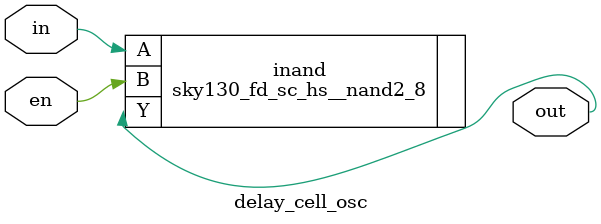
<source format=sv>
module delay_cell_osc (
    input in,
    input en,
    output out
);

////////////////////////////
// Explicit Instantiation //
////////////////////////////

// USE THE HD LIB/ REPLACE WITH HS LIB
// 6 stdcells per stage, matching and lower flickr noise


    sky130_fd_sc_hs__nand2_8 inand (
        .A(in),
        .B(en),
        .Y(out)
    );

endmodule

</source>
